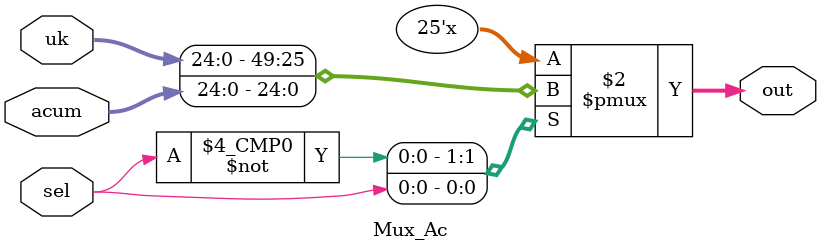
<source format=v>
`timescale 1ns / 1ps
module Mux_Ac(uk,acum,sel,out);
	input [24:0] uk,acum;
	input sel;
	output reg [24:0] out;
	always @(uk or acum or sel)
		case (sel)
			0: out=uk;
			1: out=acum;
			default: out=0;
		endcase

endmodule

</source>
